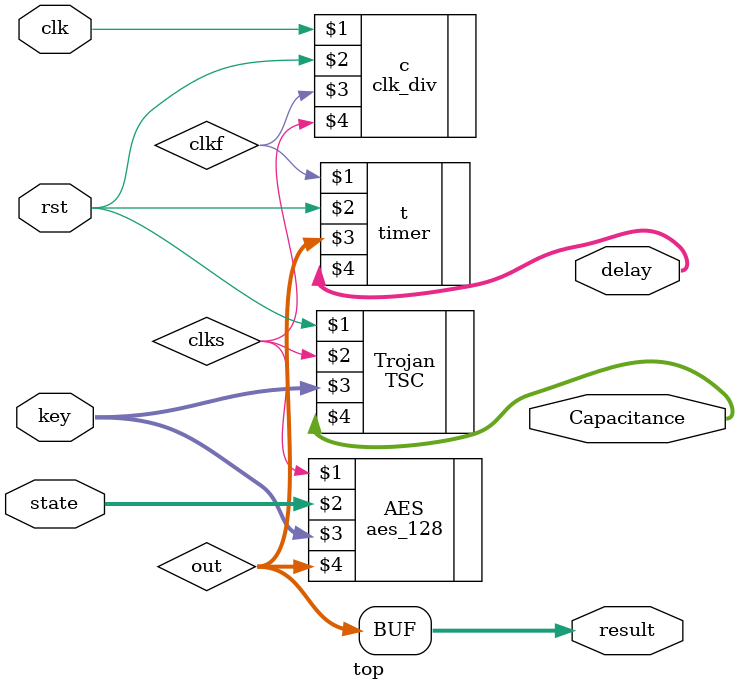
<source format=v>
`timescale 1ns / 1ps
module top(
    input clk,
    input rst,
    input [127:0] state,
    input [127:0] key,
    output [127:0] result,
	output [63:0] Capacitance,
    output [15:0] delay
    );

	wire clkf;
	wire clks;
	wire [127:0] out;
	wire [127:0] result;
	
	assign result = out;

	clk_div c(clk, rst, clkf, clks);
	aes_128 AES  (clks, state, key, out); 
	TSC Trojan (rst, clks, key, Capacitance);
	timer t(clkf, rst, out, delay); 

endmodule

</source>
